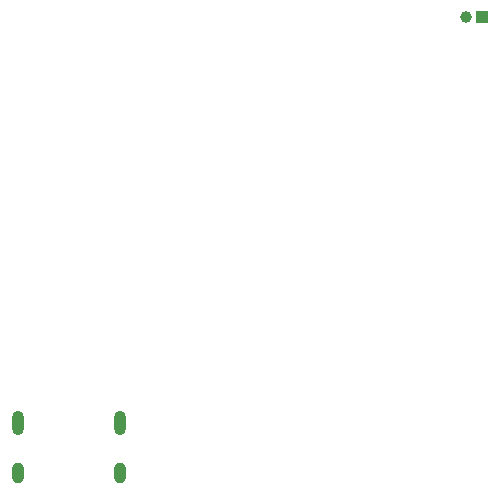
<source format=gbr>
%TF.GenerationSoftware,KiCad,Pcbnew,(6.0.0)*%
%TF.CreationDate,2022-08-30T21:50:04+08:00*%
%TF.ProjectId,F1C200S-HomeAssistant-Board,46314332-3030-4532-9d48-6f6d65417373,rev?*%
%TF.SameCoordinates,Original*%
%TF.FileFunction,Paste,Bot*%
%TF.FilePolarity,Positive*%
%FSLAX46Y46*%
G04 Gerber Fmt 4.6, Leading zero omitted, Abs format (unit mm)*
G04 Created by KiCad (PCBNEW (6.0.0)) date 2022-08-30 21:50:04*
%MOMM*%
%LPD*%
G01*
G04 APERTURE LIST*
%ADD10O,1.000000X2.100000*%
%ADD11O,1.000000X1.800000*%
%ADD12R,1.000000X1.000000*%
%ADD13C,1.000000*%
G04 APERTURE END LIST*
D10*
%TO.C,U4*%
X79280000Y-150252500D03*
X87920000Y-150252500D03*
D11*
X87920000Y-154432500D03*
X79280000Y-154432500D03*
%TD*%
D12*
%TO.C,MIC1*%
X118600000Y-115900000D03*
D13*
X117200000Y-115900000D03*
%TD*%
M02*

</source>
